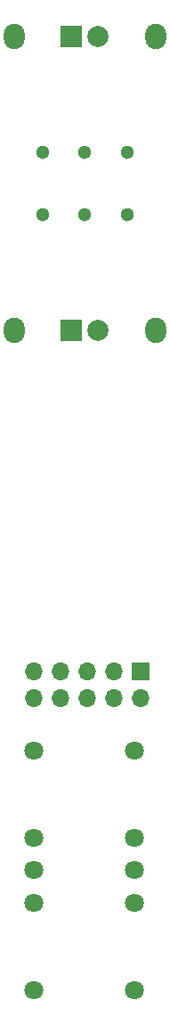
<source format=gbr>
%TF.GenerationSoftware,KiCad,Pcbnew,(5.1.6-0)*%
%TF.CreationDate,2023-01-04T15:54:57-05:00*%
%TF.ProjectId,LFO2,4c464f32-2e6b-4696-9361-645f70636258,rev?*%
%TF.SameCoordinates,Original*%
%TF.FileFunction,Soldermask,Bot*%
%TF.FilePolarity,Negative*%
%FSLAX46Y46*%
G04 Gerber Fmt 4.6, Leading zero omitted, Abs format (unit mm)*
G04 Created by KiCad (PCBNEW (5.1.6-0)) date 2023-01-04 15:54:57*
%MOMM*%
%LPD*%
G01*
G04 APERTURE LIST*
%ADD10C,1.800000*%
%ADD11O,2.000000X2.400000*%
%ADD12C,1.300000*%
%ADD13R,1.700000X1.700000*%
%ADD14O,1.700000X1.700000*%
%ADD15C,2.000000*%
%ADD16R,2.000000X2.000000*%
G04 APERTURE END LIST*
D10*
%TO.C,TRI2*%
X68580000Y-114206000D03*
X68580000Y-125606000D03*
X68580000Y-122506000D03*
%TD*%
%TO.C,TRI1*%
X78105000Y-114206000D03*
X78105000Y-125606000D03*
X78105000Y-122506000D03*
%TD*%
%TO.C,SQ2*%
X68580000Y-137000000D03*
X68580000Y-125600000D03*
X68580000Y-128700000D03*
%TD*%
%TO.C,SQ1*%
X78105000Y-137000000D03*
X78105000Y-125600000D03*
X78105000Y-128700000D03*
%TD*%
D11*
%TO.C,RV2*%
X80106000Y-74295000D03*
X66706000Y-74295000D03*
D12*
X77406000Y-63295000D03*
X73406000Y-63295000D03*
X69406000Y-63295000D03*
%TD*%
D11*
%TO.C,RV1*%
X66706000Y-46355000D03*
X80106000Y-46355000D03*
D12*
X69406000Y-57355000D03*
X73406000Y-57355000D03*
X77406000Y-57355000D03*
%TD*%
D13*
%TO.C,H1*%
X78740000Y-106680000D03*
D14*
X78740000Y-109220000D03*
X76200000Y-106680000D03*
X76200000Y-109220000D03*
X73660000Y-106680000D03*
X73660000Y-109220000D03*
X71120000Y-106680000D03*
X71120000Y-109220000D03*
X68580000Y-106680000D03*
X68580000Y-109220000D03*
%TD*%
D15*
%TO.C,D4*%
X74676000Y-74295000D03*
D16*
X72136000Y-74295000D03*
%TD*%
D15*
%TO.C,D3*%
X74676000Y-46355000D03*
D16*
X72136000Y-46355000D03*
%TD*%
M02*

</source>
